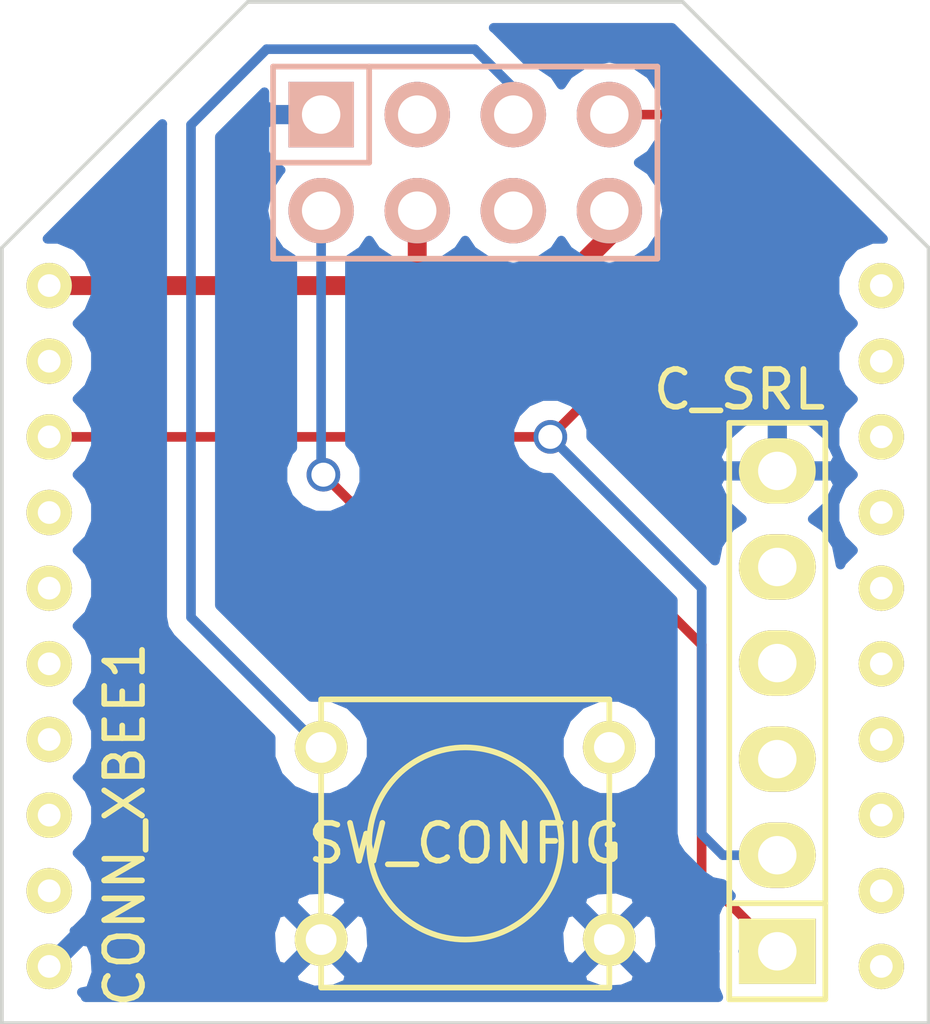
<source format=kicad_pcb>
(kicad_pcb (version 4) (host pcbnew "(2014-11-17 BZR 5289)-product")

  (general
    (links 11)
    (no_connects 1)
    (area 168.40481 103.949999 201.928524 131.050001)
    (thickness 1.6)
    (drawings 6)
    (tracks 32)
    (zones 0)
    (modules 5)
    (nets 28)
  )

  (page A4)
  (layers
    (0 F.Cu signal)
    (31 B.Cu signal)
    (32 B.Adhes user)
    (33 F.Adhes user)
    (34 B.Paste user)
    (35 F.Paste user)
    (36 B.SilkS user)
    (37 F.SilkS user)
    (38 B.Mask user)
    (39 F.Mask user)
    (40 Dwgs.User user)
    (41 Cmts.User user)
    (42 Eco1.User user)
    (43 Eco2.User user)
    (44 Edge.Cuts user)
    (45 Margin user)
    (46 B.CrtYd user)
    (47 F.CrtYd user)
    (48 B.Fab user)
    (49 F.Fab user)
  )

  (setup
    (last_trace_width 0.254)
    (trace_clearance 0.254)
    (zone_clearance 0.508)
    (zone_45_only no)
    (trace_min 0.254)
    (segment_width 0.2)
    (edge_width 0.1)
    (via_size 0.889)
    (via_drill 0.635)
    (via_min_size 0.889)
    (via_min_drill 0.508)
    (uvia_size 0.508)
    (uvia_drill 0.127)
    (uvias_allowed no)
    (uvia_min_size 0.508)
    (uvia_min_drill 0.127)
    (pcb_text_width 0.3)
    (pcb_text_size 1.5 1.5)
    (mod_edge_width 0.15)
    (mod_text_size 1 1)
    (mod_text_width 0.15)
    (pad_size 1.5 1.5)
    (pad_drill 0.6)
    (pad_to_mask_clearance 0)
    (aux_axis_origin 0 0)
    (visible_elements FFFFFF7F)
    (pcbplotparams
      (layerselection 0x010f0_80000001)
      (usegerberextensions false)
      (excludeedgelayer true)
      (linewidth 0.100000)
      (plotframeref false)
      (viasonmask false)
      (mode 1)
      (useauxorigin false)
      (hpglpennumber 1)
      (hpglpenspeed 20)
      (hpglpendiameter 15)
      (hpglpenoverlay 2)
      (psnegative false)
      (psa4output false)
      (plotreference true)
      (plotvalue true)
      (plotinvisibletext false)
      (padsonsilk false)
      (subtractmaskfromsilk false)
      (outputformat 1)
      (mirror false)
      (drillshape 0)
      (scaleselection 1)
      (outputdirectory gerbers/))
  )

  (net 0 "")
  (net 1 +3.3V)
  (net 2 "Net-(P1-Pad2)")
  (net 3 "Net-(P1-Pad3)")
  (net 4 "Net-(P1-Pad4)")
  (net 5 "Net-(P1-Pad5)")
  (net 6 "Net-(P1-Pad6)")
  (net 7 "Net-(P1-Pad7)")
  (net 8 "Net-(P1-Pad8)")
  (net 9 "Net-(P1-Pad9)")
  (net 10 GND)
  (net 11 "Net-(P2-Pad1)")
  (net 12 "Net-(P2-Pad3)")
  (net 13 "Net-(P2-Pad4)")
  (net 14 "Net-(P2-Pad5)")
  (net 15 "Net-(P3-Pad3)")
  (net 16 "Net-(P3-Pad5)")
  (net 17 "Net-(P3-Pad6)")
  (net 18 "Net-(P4-Pad1)")
  (net 19 "Net-(P4-Pad2)")
  (net 20 "Net-(P4-Pad3)")
  (net 21 "Net-(P4-Pad4)")
  (net 22 "Net-(P4-Pad5)")
  (net 23 "Net-(P4-Pad6)")
  (net 24 "Net-(P4-Pad7)")
  (net 25 "Net-(P4-Pad8)")
  (net 26 "Net-(P4-Pad9)")
  (net 27 "Net-(P4-Pad10)")

  (net_class Default "This is the default net class."
    (clearance 0.254)
    (trace_width 0.254)
    (via_dia 0.889)
    (via_drill 0.635)
    (uvia_dia 0.508)
    (uvia_drill 0.127)
    (add_net "Net-(P1-Pad2)")
    (add_net "Net-(P1-Pad3)")
    (add_net "Net-(P1-Pad4)")
    (add_net "Net-(P1-Pad5)")
    (add_net "Net-(P1-Pad6)")
    (add_net "Net-(P1-Pad7)")
    (add_net "Net-(P1-Pad8)")
    (add_net "Net-(P1-Pad9)")
    (add_net "Net-(P2-Pad1)")
    (add_net "Net-(P2-Pad3)")
    (add_net "Net-(P2-Pad4)")
    (add_net "Net-(P2-Pad5)")
    (add_net "Net-(P3-Pad3)")
    (add_net "Net-(P3-Pad5)")
    (add_net "Net-(P3-Pad6)")
    (add_net "Net-(P4-Pad1)")
    (add_net "Net-(P4-Pad10)")
    (add_net "Net-(P4-Pad2)")
    (add_net "Net-(P4-Pad3)")
    (add_net "Net-(P4-Pad4)")
    (add_net "Net-(P4-Pad5)")
    (add_net "Net-(P4-Pad6)")
    (add_net "Net-(P4-Pad7)")
    (add_net "Net-(P4-Pad8)")
    (add_net "Net-(P4-Pad9)")
  )

  (net_class pw ""
    (clearance 0.254)
    (trace_width 0.5)
    (via_dia 0.889)
    (via_drill 0.635)
    (uvia_dia 0.508)
    (uvia_drill 0.127)
    (add_net +3.3V)
    (add_net GND)
  )

  (module XBEE:1x10_2MM (layer F.Cu) (tedit 54AFFB00) (tstamp 54AFEE22)
    (at 172.25 120.5 270)
    (path /54AFDB5E)
    (fp_text reference P1 (at 0 2.54 270) (layer F.SilkS) hide
      (effects (font (size 1 1) (thickness 0.15)))
    )
    (fp_text value CONN_XBEE1 (at 5.25 -2 270) (layer F.SilkS)
      (effects (font (size 1 1) (thickness 0.15)))
    )
    (pad 1 thru_hole circle (at -9 0 270) (size 1.2 1.2) (drill 0.6) (layers *.Cu *.Mask F.SilkS)
      (net 1 +3.3V))
    (pad 2 thru_hole circle (at -7 0 270) (size 1.2 1.2) (drill 0.6) (layers *.Cu *.Mask F.SilkS)
      (net 2 "Net-(P1-Pad2)"))
    (pad 3 thru_hole circle (at -5 0 270) (size 1.2 1.2) (drill 0.6) (layers *.Cu *.Mask F.SilkS)
      (net 3 "Net-(P1-Pad3)"))
    (pad 4 thru_hole circle (at -3 0 270) (size 1.2 1.2) (drill 0.6) (layers *.Cu *.Mask F.SilkS)
      (net 4 "Net-(P1-Pad4)"))
    (pad 5 thru_hole circle (at -1 0 270) (size 1.2 1.2) (drill 0.6) (layers *.Cu *.Mask F.SilkS)
      (net 5 "Net-(P1-Pad5)"))
    (pad 6 thru_hole circle (at 1 0 270) (size 1.2 1.2) (drill 0.6) (layers *.Cu *.Mask F.SilkS)
      (net 6 "Net-(P1-Pad6)"))
    (pad 7 thru_hole circle (at 3 0 270) (size 1.2 1.2) (drill 0.6) (layers *.Cu *.Mask F.SilkS)
      (net 7 "Net-(P1-Pad7)"))
    (pad 8 thru_hole circle (at 5 0 270) (size 1.2 1.2) (drill 0.6) (layers *.Cu *.Mask F.SilkS)
      (net 8 "Net-(P1-Pad8)"))
    (pad 9 thru_hole circle (at 7 0 270) (size 1.2 1.2) (drill 0.6) (layers *.Cu *.Mask F.SilkS)
      (net 9 "Net-(P1-Pad9)"))
    (pad 10 thru_hole circle (at 9 0 270) (size 1.2 1.2) (drill 0.6) (layers *.Cu *.Mask F.SilkS)
      (net 10 GND))
  )

  (module Pin_Headers:Pin_Header_Straight_1x06 (layer F.Cu) (tedit 54AFFB6C) (tstamp 54AFFE4C)
    (at 191.5 122.75 90)
    (descr "Through hole pin header")
    (tags "pin header")
    (path /54AFDE68)
    (fp_text reference C_SRL (at 8.5 -1 180) (layer F.SilkS)
      (effects (font (size 1 1) (thickness 0.15)))
    )
    (fp_text value CONN_SERIAL (at 0 0 90) (layer F.SilkS) hide
      (effects (font (size 1 1) (thickness 0.15)))
    )
    (fp_line (start -5.08 -1.27) (end 7.62 -1.27) (layer F.SilkS) (width 0.15))
    (fp_line (start 7.62 -1.27) (end 7.62 1.27) (layer F.SilkS) (width 0.15))
    (fp_line (start 7.62 1.27) (end -5.08 1.27) (layer F.SilkS) (width 0.15))
    (fp_line (start -7.62 -1.27) (end -5.08 -1.27) (layer F.SilkS) (width 0.15))
    (fp_line (start -5.08 -1.27) (end -5.08 1.27) (layer F.SilkS) (width 0.15))
    (fp_line (start -7.62 -1.27) (end -7.62 1.27) (layer F.SilkS) (width 0.15))
    (fp_line (start -7.62 1.27) (end -5.08 1.27) (layer F.SilkS) (width 0.15))
    (pad 1 thru_hole rect (at -6.35 0 90) (size 1.7272 2.032) (drill 1.016) (layers *.Cu *.Mask F.SilkS)
      (net 11 "Net-(P2-Pad1)"))
    (pad 2 thru_hole oval (at -3.81 0 90) (size 1.7272 2.032) (drill 1.016) (layers *.Cu *.Mask F.SilkS)
      (net 3 "Net-(P1-Pad3)"))
    (pad 3 thru_hole oval (at -1.27 0 90) (size 1.7272 2.032) (drill 1.016) (layers *.Cu *.Mask F.SilkS)
      (net 12 "Net-(P2-Pad3)"))
    (pad 4 thru_hole oval (at 1.27 0 90) (size 1.7272 2.032) (drill 1.016) (layers *.Cu *.Mask F.SilkS)
      (net 13 "Net-(P2-Pad4)"))
    (pad 5 thru_hole oval (at 3.81 0 90) (size 1.7272 2.032) (drill 1.016) (layers *.Cu *.Mask F.SilkS)
      (net 14 "Net-(P2-Pad5)"))
    (pad 6 thru_hole oval (at 6.35 0 90) (size 1.7272 2.032) (drill 1.016) (layers *.Cu *.Mask F.SilkS)
      (net 10 GND))
    (model Pin_Headers/Pin_Header_Straight_1x06.wrl
      (at (xyz 0 0 0))
      (scale (xyz 1 1 1))
      (rotate (xyz 0 0 0))
    )
  )

  (module XBEE:1x10_2MM (layer F.Cu) (tedit 54AFFB2B) (tstamp 54AFEE55)
    (at 194.25 120.5 270)
    (path /54AFDADA)
    (fp_text reference P4 (at 0 2.54 270) (layer F.SilkS) hide
      (effects (font (size 1 1) (thickness 0.15)))
    )
    (fp_text value CONN_XBEE2 (at 0 -2.54 270) (layer F.SilkS) hide
      (effects (font (size 1 1) (thickness 0.15)))
    )
    (pad 1 thru_hole circle (at -9 0 270) (size 1.2 1.2) (drill 0.6) (layers *.Cu *.Mask F.SilkS)
      (net 18 "Net-(P4-Pad1)"))
    (pad 2 thru_hole circle (at -7 0 270) (size 1.2 1.2) (drill 0.6) (layers *.Cu *.Mask F.SilkS)
      (net 19 "Net-(P4-Pad2)"))
    (pad 3 thru_hole circle (at -5 0 270) (size 1.2 1.2) (drill 0.6) (layers *.Cu *.Mask F.SilkS)
      (net 20 "Net-(P4-Pad3)"))
    (pad 4 thru_hole circle (at -3 0 270) (size 1.2 1.2) (drill 0.6) (layers *.Cu *.Mask F.SilkS)
      (net 21 "Net-(P4-Pad4)"))
    (pad 5 thru_hole circle (at -1 0 270) (size 1.2 1.2) (drill 0.6) (layers *.Cu *.Mask F.SilkS)
      (net 22 "Net-(P4-Pad5)"))
    (pad 6 thru_hole circle (at 1 0 270) (size 1.2 1.2) (drill 0.6) (layers *.Cu *.Mask F.SilkS)
      (net 23 "Net-(P4-Pad6)"))
    (pad 7 thru_hole circle (at 3 0 270) (size 1.2 1.2) (drill 0.6) (layers *.Cu *.Mask F.SilkS)
      (net 24 "Net-(P4-Pad7)"))
    (pad 8 thru_hole circle (at 5 0 270) (size 1.2 1.2) (drill 0.6) (layers *.Cu *.Mask F.SilkS)
      (net 25 "Net-(P4-Pad8)"))
    (pad 9 thru_hole circle (at 7 0 270) (size 1.2 1.2) (drill 0.6) (layers *.Cu *.Mask F.SilkS)
      (net 26 "Net-(P4-Pad9)"))
    (pad 10 thru_hole circle (at 9 0 270) (size 1.2 1.2) (drill 0.6) (layers *.Cu *.Mask F.SilkS)
      (net 27 "Net-(P4-Pad10)"))
  )

  (module Discret:SW_PUSH_SMALL (layer F.Cu) (tedit 54AFFB10) (tstamp 54AFEE62)
    (at 183.25 126.25)
    (path /54AFDD43)
    (fp_text reference SW1 (at 0 -0.762) (layer F.SilkS) hide
      (effects (font (size 1 1) (thickness 0.15)))
    )
    (fp_text value SW_CONFIG (at 0 0) (layer F.SilkS)
      (effects (font (size 1 1) (thickness 0.15)))
    )
    (fp_circle (center 0 0) (end 0 -2.54) (layer F.SilkS) (width 0.15))
    (fp_line (start -3.81 -3.81) (end 3.81 -3.81) (layer F.SilkS) (width 0.15))
    (fp_line (start 3.81 -3.81) (end 3.81 3.81) (layer F.SilkS) (width 0.15))
    (fp_line (start 3.81 3.81) (end -3.81 3.81) (layer F.SilkS) (width 0.15))
    (fp_line (start -3.81 -3.81) (end -3.81 3.81) (layer F.SilkS) (width 0.15))
    (pad 1 thru_hole circle (at 3.81 -2.54) (size 1.397 1.397) (drill 0.8128) (layers *.Cu *.Mask F.SilkS)
      (net 16 "Net-(P3-Pad5)"))
    (pad 2 thru_hole circle (at 3.81 2.54) (size 1.397 1.397) (drill 0.8128) (layers *.Cu *.Mask F.SilkS)
      (net 10 GND))
    (pad 1 thru_hole circle (at -3.81 -2.54) (size 1.397 1.397) (drill 0.8128) (layers *.Cu *.Mask F.SilkS)
      (net 16 "Net-(P3-Pad5)"))
    (pad 2 thru_hole circle (at -3.81 2.54) (size 1.397 1.397) (drill 0.8128) (layers *.Cu *.Mask F.SilkS)
      (net 10 GND))
  )

  (module Pin_Headers:Pin_Header_Straight_2x04 (layer B.Cu) (tedit 54AFFEAA) (tstamp 54AFFE13)
    (at 183.25 108.25)
    (descr "Through hole pin header")
    (tags "pin header")
    (path /54AFDD01)
    (fp_text reference P3 (at 0 3.81) (layer B.SilkS) hide
      (effects (font (size 1 1) (thickness 0.15)) (justify mirror))
    )
    (fp_text value CONN_ESP8266 (at 0 0) (layer B.SilkS) hide
      (effects (font (size 1 1) (thickness 0.15)) (justify mirror))
    )
    (fp_line (start -2.54 -2.54) (end 5.08 -2.54) (layer B.SilkS) (width 0.15))
    (fp_line (start 5.08 -2.54) (end 5.08 2.54) (layer B.SilkS) (width 0.15))
    (fp_line (start 5.08 2.54) (end -5.08 2.54) (layer B.SilkS) (width 0.15))
    (fp_line (start -5.08 2.54) (end -5.08 0) (layer B.SilkS) (width 0.15))
    (fp_line (start -5.08 -2.54) (end -2.54 -2.54) (layer B.SilkS) (width 0.15))
    (fp_line (start -5.08 0) (end -2.54 0) (layer B.SilkS) (width 0.15))
    (fp_line (start -2.54 0) (end -2.54 -2.54) (layer B.SilkS) (width 0.15))
    (fp_line (start -5.08 -2.54) (end -5.08 0) (layer B.SilkS) (width 0.15))
    (pad 1 thru_hole rect (at -3.81 -1.27) (size 1.7272 1.7272) (drill 1.016) (layers *.Cu *.Mask B.SilkS)
      (net 10 GND))
    (pad 2 thru_hole oval (at -3.81 1.27) (size 1.7272 1.7272) (drill 1.016) (layers *.Cu *.Mask B.SilkS)
      (net 11 "Net-(P2-Pad1)"))
    (pad 3 thru_hole oval (at -1.27 -1.27) (size 1.7272 1.7272) (drill 1.016) (layers *.Cu *.Mask B.SilkS)
      (net 15 "Net-(P3-Pad3)"))
    (pad 4 thru_hole oval (at -1.27 1.27) (size 1.7272 1.7272) (drill 1.016) (layers *.Cu *.Mask B.SilkS)
      (net 1 +3.3V))
    (pad 5 thru_hole oval (at 1.27 -1.27) (size 1.7272 1.7272) (drill 1.016) (layers *.Cu *.Mask B.SilkS)
      (net 16 "Net-(P3-Pad5)"))
    (pad 6 thru_hole oval (at 1.27 1.27) (size 1.7272 1.7272) (drill 1.016) (layers *.Cu *.Mask B.SilkS)
      (net 17 "Net-(P3-Pad6)"))
    (pad 7 thru_hole oval (at 3.81 -1.27) (size 1.7272 1.7272) (drill 1.016) (layers *.Cu *.Mask B.SilkS)
      (net 3 "Net-(P1-Pad3)"))
    (pad 8 thru_hole oval (at 3.81 1.27) (size 1.7272 1.7272) (drill 1.016) (layers *.Cu *.Mask B.SilkS)
      (net 1 +3.3V))
    (model Pin_Headers/Pin_Header_Straight_2x04.wrl
      (at (xyz 0 0 0))
      (scale (xyz 1 1 1))
      (rotate (xyz 0 0 0))
    )
  )

  (gr_line (start 171 110.5) (end 171 131) (angle 90) (layer Edge.Cuts) (width 0.1))
  (gr_line (start 177.5 104) (end 171 110.5) (angle 90) (layer Edge.Cuts) (width 0.1))
  (gr_line (start 189 104) (end 177.5 104) (angle 90) (layer Edge.Cuts) (width 0.1))
  (gr_line (start 195.5 110.5) (end 189 104) (angle 90) (layer Edge.Cuts) (width 0.1))
  (gr_line (start 195.5 131) (end 195.5 110.5) (angle 90) (layer Edge.Cuts) (width 0.1))
  (gr_line (start 171 131) (end 195.5 131) (angle 90) (layer Edge.Cuts) (width 0.1))

  (segment (start 181.98 109.52) (end 181.98 111.5) (width 0.5) (layer F.Cu) (net 1) (status 400000))
  (segment (start 181.98 111.5) (end 182 111.5) (width 0.5) (layer F.Cu) (net 1) (tstamp 54AFFE8C))
  (segment (start 172.25 111.5) (end 182 111.5) (width 0.5) (layer F.Cu) (net 1))
  (segment (start 182 111.5) (end 185.75 111.5) (width 0.5) (layer F.Cu) (net 1) (tstamp 54AFFE8F))
  (segment (start 187.06 110.19) (end 187.06 109.52) (width 0.5) (layer F.Cu) (net 1) (tstamp 54AFF7C5) (status 30))
  (segment (start 185.75 111.5) (end 187.06 110.19) (width 0.5) (layer F.Cu) (net 1) (tstamp 54AFF7BF) (status 20))
  (via (at 185.5 115.5) (size 0.889) (layers F.Cu B.Cu) (net 3))
  (segment (start 191.5 126.56) (end 190.06 126.56) (width 0.254) (layer B.Cu) (net 3) (tstamp 54AFFAA1))
  (segment (start 189.5 126) (end 190.06 126.56) (width 0.254) (layer B.Cu) (net 3) (tstamp 54AFFA9D))
  (segment (start 189.5 119.5) (end 189.5 126) (width 0.254) (layer B.Cu) (net 3) (tstamp 54AFFA97))
  (segment (start 189.5 119.5) (end 185.5 115.5) (width 0.254) (layer B.Cu) (net 3) (tstamp 54AFFA96))
  (segment (start 172.25 115.5) (end 185.5 115.5) (width 0.254) (layer F.Cu) (net 3))
  (segment (start 189.48 106.98) (end 187.06 106.98) (width 0.254) (layer F.Cu) (net 3) (tstamp 54AFF885))
  (segment (start 191 108.5) (end 189.48 106.98) (width 0.254) (layer F.Cu) (net 3) (tstamp 54AFF883))
  (segment (start 191 110) (end 191 108.5) (width 0.254) (layer F.Cu) (net 3) (tstamp 54AFF881))
  (segment (start 185.5 115.5) (end 191 110) (width 0.254) (layer F.Cu) (net 3) (tstamp 54AFF87F))
  (segment (start 179.44 109.52) (end 179.44 116.44) (width 0.254) (layer B.Cu) (net 11) (status 400000))
  (segment (start 189.5 127.1) (end 191.5 129.1) (width 0.254) (layer F.Cu) (net 11) (tstamp 54AFFEA9) (status 800000))
  (segment (start 189.5 121) (end 189.5 127.1) (width 0.254) (layer F.Cu) (net 11) (tstamp 54AFFEA7))
  (segment (start 188.25 119.75) (end 189.5 121) (width 0.254) (layer F.Cu) (net 11) (tstamp 54AFFEA5))
  (segment (start 182.75 119.75) (end 188.25 119.75) (width 0.254) (layer F.Cu) (net 11) (tstamp 54AFFEA3))
  (segment (start 179.5 116.5) (end 182.75 119.75) (width 0.254) (layer F.Cu) (net 11) (tstamp 54AFFEA2))
  (via (at 179.5 116.5) (size 0.889) (layers F.Cu B.Cu) (net 11))
  (segment (start 179.44 116.44) (end 179.5 116.5) (width 0.254) (layer B.Cu) (net 11) (tstamp 54AFFEA0))
  (segment (start 191.35 129.1) (end 191.5 129.1) (width 0.254) (layer F.Cu) (net 11) (tstamp 54AFFE9C) (status C00000))
  (segment (start 190.6 129.1) (end 191.5 129.1) (width 0.254) (layer B.Cu) (net 11) (tstamp 54AFF964))
  (segment (start 184.52 106.98) (end 184.52 106.27) (width 0.254) (layer B.Cu) (net 16))
  (segment (start 184.52 106.27) (end 183.5 105.25) (width 0.254) (layer B.Cu) (net 16) (tstamp 54AFFAB2))
  (segment (start 183.5 105.25) (end 178 105.25) (width 0.254) (layer B.Cu) (net 16) (tstamp 54AFFAB4))
  (segment (start 178 105.25) (end 176 107.25) (width 0.254) (layer B.Cu) (net 16) (tstamp 54AFFAB9))
  (segment (start 176 107.25) (end 176 120.27) (width 0.254) (layer B.Cu) (net 16) (tstamp 54AFFABF))
  (segment (start 176 120.27) (end 179.44 123.71) (width 0.254) (layer B.Cu) (net 16) (tstamp 54AFFAC8))

  (zone (net 10) (net_name GND) (layer B.Cu) (tstamp 54AFF61B) (hatch edge 0.508)
    (connect_pads (clearance 0.508))
    (min_thickness 0.254)
    (fill yes (arc_segments 16) (thermal_gap 0.508) (thermal_bridge_width 0.508))
    (polygon
      (pts
        (xy 195 130.5) (xy 171.5 130.5) (xy 171.5 110.5) (xy 177.5 104.5) (xy 189 104.5)
        (xy 195 110.5)
      )
    )
    (filled_polygon
      (pts
        (xy 194.296303 110.265039) (xy 194.005421 110.264786) (xy 193.551343 110.452408) (xy 193.203629 110.799515) (xy 193.015215 111.253266)
        (xy 193.014786 111.744579) (xy 193.202408 112.198657) (xy 193.503445 112.500221) (xy 193.203629 112.799515) (xy 193.015215 113.253266)
        (xy 193.014786 113.744579) (xy 193.202408 114.198657) (xy 193.503445 114.500221) (xy 193.203629 114.799515) (xy 193.015215 115.253266)
        (xy 193.014786 115.744579) (xy 193.202408 116.198657) (xy 193.503445 116.500221) (xy 193.203629 116.799515) (xy 193.015215 117.253266)
        (xy 193.014786 117.744579) (xy 193.202408 118.198657) (xy 193.503445 118.500221) (xy 193.203629 118.799515) (xy 193.171021 118.878043)
        (xy 193.069271 118.366511) (xy 192.744415 117.88033) (xy 192.43493 117.673539) (xy 192.850732 117.302036) (xy 193.104709 116.774791)
        (xy 193.107358 116.759026) (xy 193.107358 116.040974) (xy 193.104709 116.025209) (xy 192.850732 115.497964) (xy 192.41432 115.108046)
        (xy 191.861913 114.914816) (xy 191.627 115.059076) (xy 191.627 116.273) (xy 192.986217 116.273) (xy 193.107358 116.040974)
        (xy 193.107358 116.759026) (xy 192.986217 116.527) (xy 191.627 116.527) (xy 191.627 116.547) (xy 191.373 116.547)
        (xy 191.373 116.527) (xy 191.373 116.273) (xy 191.373 115.059076) (xy 191.138087 114.914816) (xy 190.58568 115.108046)
        (xy 190.149268 115.497964) (xy 189.895291 116.025209) (xy 189.892642 116.040974) (xy 190.013783 116.273) (xy 191.373 116.273)
        (xy 191.373 116.527) (xy 190.013783 116.527) (xy 189.892642 116.759026) (xy 189.895291 116.774791) (xy 190.149268 117.302036)
        (xy 190.565069 117.673539) (xy 190.255585 117.88033) (xy 189.930729 118.366511) (xy 189.849999 118.772368) (xy 186.579499 115.501869)
        (xy 186.579687 115.286216) (xy 186.415689 114.889311) (xy 186.112286 114.585378) (xy 185.715668 114.420687) (xy 185.286216 114.420313)
        (xy 184.889311 114.584311) (xy 184.585378 114.887714) (xy 184.420687 115.284332) (xy 184.420313 115.713784) (xy 184.584311 116.110689)
        (xy 184.887714 116.414622) (xy 185.284332 116.579313) (xy 185.501872 116.579502) (xy 188.738 119.81563) (xy 188.738 126)
        (xy 188.796004 126.291605) (xy 188.961185 126.538815) (xy 189.521185 127.098816) (xy 189.768395 127.263996) (xy 189.768396 127.263997)
        (xy 190.05618 127.32124) (xy 190.255585 127.61967) (xy 190.27778 127.6345) (xy 190.124302 127.698073) (xy 189.945673 127.876701)
        (xy 189.849 128.11009) (xy 189.849 128.362709) (xy 189.849 129.044699) (xy 189.838 129.1) (xy 189.849 129.1553)
        (xy 189.849 130.089909) (xy 189.942235 130.315) (xy 188.405927 130.315) (xy 188.405927 128.98252) (xy 188.393731 128.758035)
        (xy 188.393731 123.445914) (xy 188.191146 122.95562) (xy 187.816353 122.580173) (xy 187.326413 122.376732) (xy 186.795914 122.376269)
        (xy 186.30562 122.578854) (xy 185.930173 122.953647) (xy 185.726732 123.443587) (xy 185.726269 123.974086) (xy 185.928854 124.46438)
        (xy 186.303647 124.839827) (xy 186.793587 125.043268) (xy 187.324086 125.043731) (xy 187.81438 124.841146) (xy 188.189827 124.466353)
        (xy 188.393268 123.976413) (xy 188.393731 123.445914) (xy 188.393731 128.758035) (xy 188.377148 128.452801) (xy 188.2298 128.097071)
        (xy 187.994188 128.035417) (xy 187.814583 128.215022) (xy 187.814583 127.855812) (xy 187.752929 127.6202) (xy 187.25252 127.444073)
        (xy 186.722801 127.472852) (xy 186.367071 127.6202) (xy 186.305417 127.855812) (xy 187.06 128.610395) (xy 187.814583 127.855812)
        (xy 187.814583 128.215022) (xy 187.239605 128.79) (xy 187.994188 129.544583) (xy 188.2298 129.482929) (xy 188.405927 128.98252)
        (xy 188.405927 130.315) (xy 187.814583 130.315) (xy 187.814583 129.724188) (xy 187.06 128.969605) (xy 186.880395 129.14921)
        (xy 186.880395 128.79) (xy 186.125812 128.035417) (xy 185.8902 128.097071) (xy 185.714073 128.59748) (xy 185.742852 129.127199)
        (xy 185.8902 129.482929) (xy 186.125812 129.544583) (xy 186.880395 128.79) (xy 186.880395 129.14921) (xy 186.305417 129.724188)
        (xy 186.367071 129.9598) (xy 186.86748 130.135927) (xy 187.397199 130.107148) (xy 187.752929 129.9598) (xy 187.814583 129.724188)
        (xy 187.814583 130.315) (xy 180.785927 130.315) (xy 180.785927 128.98252) (xy 180.757148 128.452801) (xy 180.6098 128.097071)
        (xy 180.374188 128.035417) (xy 180.194583 128.215022) (xy 180.194583 127.855812) (xy 180.132929 127.6202) (xy 179.63252 127.444073)
        (xy 179.102801 127.472852) (xy 178.747071 127.6202) (xy 178.685417 127.855812) (xy 179.44 128.610395) (xy 180.194583 127.855812)
        (xy 180.194583 128.215022) (xy 179.619605 128.79) (xy 180.374188 129.544583) (xy 180.6098 129.482929) (xy 180.785927 128.98252)
        (xy 180.785927 130.315) (xy 180.194583 130.315) (xy 180.194583 129.724188) (xy 179.44 128.969605) (xy 179.260395 129.14921)
        (xy 179.260395 128.79) (xy 178.505812 128.035417) (xy 178.2702 128.097071) (xy 178.094073 128.59748) (xy 178.122852 129.127199)
        (xy 178.2702 129.482929) (xy 178.505812 129.544583) (xy 179.260395 128.79) (xy 179.260395 129.14921) (xy 178.685417 129.724188)
        (xy 178.747071 129.9598) (xy 179.24748 130.135927) (xy 179.777199 130.107148) (xy 180.132929 129.9598) (xy 180.194583 129.724188)
        (xy 180.194583 130.315) (xy 173.497807 130.315) (xy 173.212252 130.315) (xy 173.22843 130.298822) (xy 173.112737 130.183129)
        (xy 173.338164 130.133617) (xy 173.497807 129.668964) (xy 173.467482 129.178587) (xy 173.338164 128.866383) (xy 173.112735 128.81687)
        (xy 172.429605 129.5) (xy 172.443747 129.514142) (xy 172.264142 129.693747) (xy 172.25 129.679605) (xy 172.235857 129.693747)
        (xy 172.056252 129.514142) (xy 172.070395 129.5) (xy 172.056252 129.485857) (xy 172.235857 129.306252) (xy 172.25 129.320395)
        (xy 172.93313 128.637265) (xy 172.916364 128.560934) (xy 172.948657 128.547592) (xy 173.296371 128.200485) (xy 173.484785 127.746734)
        (xy 173.485214 127.255421) (xy 173.297592 126.801343) (xy 172.996554 126.499778) (xy 173.296371 126.200485) (xy 173.484785 125.746734)
        (xy 173.485214 125.255421) (xy 173.297592 124.801343) (xy 172.996554 124.499778) (xy 173.296371 124.200485) (xy 173.484785 123.746734)
        (xy 173.485214 123.255421) (xy 173.297592 122.801343) (xy 172.996554 122.499778) (xy 173.296371 122.200485) (xy 173.484785 121.746734)
        (xy 173.485214 121.255421) (xy 173.297592 120.801343) (xy 172.996554 120.499778) (xy 173.296371 120.200485) (xy 173.484785 119.746734)
        (xy 173.485214 119.255421) (xy 173.297592 118.801343) (xy 172.996554 118.499778) (xy 173.296371 118.200485) (xy 173.484785 117.746734)
        (xy 173.485214 117.255421) (xy 173.297592 116.801343) (xy 172.996554 116.499778) (xy 173.296371 116.200485) (xy 173.484785 115.746734)
        (xy 173.485214 115.255421) (xy 173.297592 114.801343) (xy 172.996554 114.499778) (xy 173.296371 114.200485) (xy 173.484785 113.746734)
        (xy 173.485214 113.255421) (xy 173.297592 112.801343) (xy 172.996554 112.499778) (xy 173.296371 112.200485) (xy 173.484785 111.746734)
        (xy 173.485214 111.255421) (xy 173.297592 110.801343) (xy 172.950485 110.453629) (xy 172.496734 110.265215) (xy 172.203776 110.264959)
        (xy 175.242783 107.225952) (xy 175.238 107.25) (xy 175.238 120.27) (xy 175.296004 120.561605) (xy 175.461185 120.808815)
        (xy 178.106722 123.454353) (xy 178.106269 123.974086) (xy 178.308854 124.46438) (xy 178.683647 124.839827) (xy 179.173587 125.043268)
        (xy 179.704086 125.043731) (xy 180.19438 124.841146) (xy 180.569827 124.466353) (xy 180.773268 123.976413) (xy 180.773731 123.445914)
        (xy 180.571146 122.95562) (xy 180.196353 122.580173) (xy 179.706413 122.376732) (xy 179.183906 122.376275) (xy 176.762 119.954369)
        (xy 176.762 107.56563) (xy 177.9414 106.38623) (xy 177.9414 106.69425) (xy 178.10015 106.853) (xy 179.313 106.853)
        (xy 179.313 106.833) (xy 179.567 106.833) (xy 179.567 106.853) (xy 179.587 106.853) (xy 179.587 107.107)
        (xy 179.567 107.107) (xy 179.567 107.127) (xy 179.313 107.127) (xy 179.313 107.107) (xy 178.10015 107.107)
        (xy 177.9414 107.26575) (xy 177.9414 107.717291) (xy 177.9414 107.96991) (xy 178.038073 108.203299) (xy 178.216702 108.381927)
        (xy 178.372023 108.446263) (xy 178.350971 108.46033) (xy 178.026115 108.946511) (xy 177.912041 109.52) (xy 178.026115 110.093489)
        (xy 178.350971 110.57967) (xy 178.678 110.798183) (xy 178.678 115.795253) (xy 178.585378 115.887714) (xy 178.420687 116.284332)
        (xy 178.420313 116.713784) (xy 178.584311 117.110689) (xy 178.887714 117.414622) (xy 179.284332 117.579313) (xy 179.713784 117.579687)
        (xy 180.110689 117.415689) (xy 180.414622 117.112286) (xy 180.579313 116.715668) (xy 180.579687 116.286216) (xy 180.415689 115.889311)
        (xy 180.202 115.675248) (xy 180.202 110.798183) (xy 180.529029 110.57967) (xy 180.71 110.308827) (xy 180.890971 110.57967)
        (xy 181.377152 110.904526) (xy 181.950641 111.0186) (xy 182.009359 111.0186) (xy 182.582848 110.904526) (xy 183.069029 110.57967)
        (xy 183.25 110.308827) (xy 183.430971 110.57967) (xy 183.917152 110.904526) (xy 184.490641 111.0186) (xy 184.549359 111.0186)
        (xy 185.122848 110.904526) (xy 185.609029 110.57967) (xy 185.79 110.308827) (xy 185.970971 110.57967) (xy 186.457152 110.904526)
        (xy 187.030641 111.0186) (xy 187.089359 111.0186) (xy 187.662848 110.904526) (xy 188.149029 110.57967) (xy 188.473885 110.093489)
        (xy 188.587959 109.52) (xy 188.473885 108.946511) (xy 188.149029 108.46033) (xy 187.834248 108.25) (xy 188.149029 108.03967)
        (xy 188.473885 107.553489) (xy 188.587959 106.98) (xy 188.473885 106.406511) (xy 188.149029 105.92033) (xy 187.662848 105.595474)
        (xy 187.089359 105.4814) (xy 187.030641 105.4814) (xy 186.457152 105.595474) (xy 185.970971 105.92033) (xy 185.79 106.191172)
        (xy 185.609029 105.92033) (xy 185.122848 105.595474) (xy 184.873507 105.545877) (xy 184.038815 104.711185) (xy 183.999626 104.685)
        (xy 188.716264 104.685) (xy 194.296303 110.265039)
      )
    )
  )
)

</source>
